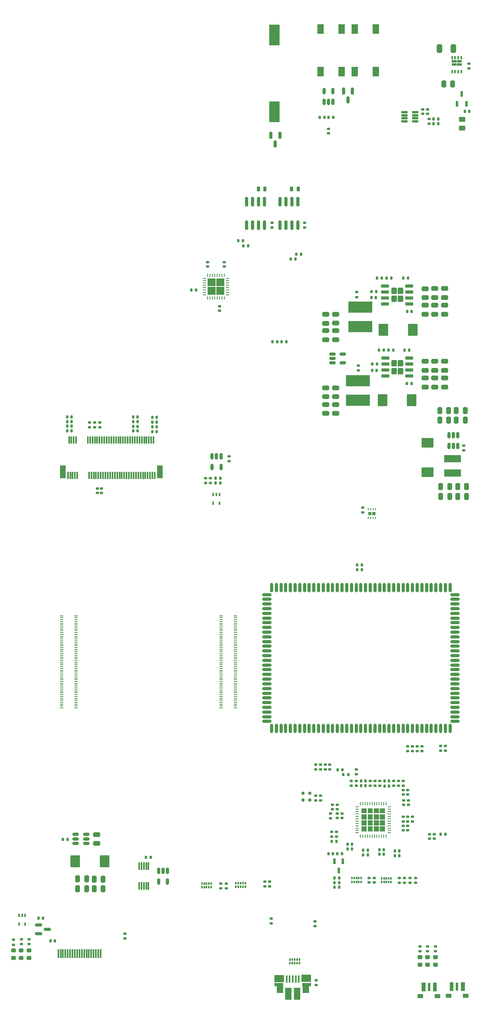
<source format=gbr>
%TF.GenerationSoftware,KiCad,Pcbnew,8.0.6*%
%TF.CreationDate,2025-01-01T18:14:05+00:00*%
%TF.ProjectId,srvant-mk2,73727661-6e74-42d6-9d6b-322e6b696361,rev?*%
%TF.SameCoordinates,Original*%
%TF.FileFunction,Paste,Top*%
%TF.FilePolarity,Positive*%
%FSLAX46Y46*%
G04 Gerber Fmt 4.6, Leading zero omitted, Abs format (unit mm)*
G04 Created by KiCad (PCBNEW 8.0.6) date 2025-01-01 18:14:05*
%MOMM*%
%LPD*%
G01*
G04 APERTURE LIST*
G04 Aperture macros list*
%AMRoundRect*
0 Rectangle with rounded corners*
0 $1 Rounding radius*
0 $2 $3 $4 $5 $6 $7 $8 $9 X,Y pos of 4 corners*
0 Add a 4 corners polygon primitive as box body*
4,1,4,$2,$3,$4,$5,$6,$7,$8,$9,$2,$3,0*
0 Add four circle primitives for the rounded corners*
1,1,$1+$1,$2,$3*
1,1,$1+$1,$4,$5*
1,1,$1+$1,$6,$7*
1,1,$1+$1,$8,$9*
0 Add four rect primitives between the rounded corners*
20,1,$1+$1,$2,$3,$4,$5,0*
20,1,$1+$1,$4,$5,$6,$7,0*
20,1,$1+$1,$6,$7,$8,$9,0*
20,1,$1+$1,$8,$9,$2,$3,0*%
G04 Aperture macros list end*
%ADD10C,0.010000*%
%ADD11C,0.000000*%
%ADD12RoundRect,0.140000X0.170000X-0.140000X0.170000X0.140000X-0.170000X0.140000X-0.170000X-0.140000X0*%
%ADD13RoundRect,0.250000X-0.250000X-0.475000X0.250000X-0.475000X0.250000X0.475000X-0.250000X0.475000X0*%
%ADD14RoundRect,0.140000X-0.170000X0.140000X-0.170000X-0.140000X0.170000X-0.140000X0.170000X0.140000X0*%
%ADD15RoundRect,0.135000X0.185000X-0.135000X0.185000X0.135000X-0.185000X0.135000X-0.185000X-0.135000X0*%
%ADD16RoundRect,0.135000X0.135000X0.185000X-0.135000X0.185000X-0.135000X-0.185000X0.135000X-0.185000X0*%
%ADD17R,1.397000X2.108200*%
%ADD18RoundRect,0.250000X0.475000X-0.250000X0.475000X0.250000X-0.475000X0.250000X-0.475000X-0.250000X0*%
%ADD19RoundRect,0.140000X0.140000X0.170000X-0.140000X0.170000X-0.140000X-0.170000X0.140000X-0.170000X0*%
%ADD20RoundRect,0.135000X-0.135000X-0.185000X0.135000X-0.185000X0.135000X0.185000X-0.135000X0.185000X0*%
%ADD21RoundRect,0.250000X0.250000X0.475000X-0.250000X0.475000X-0.250000X-0.475000X0.250000X-0.475000X0*%
%ADD22R,0.300000X0.550000*%
%ADD23R,0.400000X0.550000*%
%ADD24RoundRect,0.250000X-0.787500X-1.025000X0.787500X-1.025000X0.787500X1.025000X-0.787500X1.025000X0*%
%ADD25RoundRect,0.135000X-0.185000X0.135000X-0.185000X-0.135000X0.185000X-0.135000X0.185000X0.135000X0*%
%ADD26R,5.100000X2.350000*%
%ADD27RoundRect,0.250000X0.315000X0.460000X-0.315000X0.460000X-0.315000X-0.460000X0.315000X-0.460000X0*%
%ADD28RoundRect,0.150000X0.737500X0.150000X-0.737500X0.150000X-0.737500X-0.150000X0.737500X-0.150000X0*%
%ADD29R,0.400000X0.650000*%
%ADD30RoundRect,0.150000X-0.150000X0.587500X-0.150000X-0.587500X0.150000X-0.587500X0.150000X0.587500X0*%
%ADD31RoundRect,0.150000X-0.150000X0.512500X-0.150000X-0.512500X0.150000X-0.512500X0.150000X0.512500X0*%
%ADD32RoundRect,0.250000X-0.450000X0.262500X-0.450000X-0.262500X0.450000X-0.262500X0.450000X0.262500X0*%
%ADD33R,0.600000X1.800000*%
%ADD34R,1.300000X0.900000*%
%ADD35RoundRect,0.140000X-0.140000X-0.170000X0.140000X-0.170000X0.140000X0.170000X-0.140000X0.170000X0*%
%ADD36RoundRect,0.218750X0.256250X-0.218750X0.256250X0.218750X-0.256250X0.218750X-0.256250X-0.218750X0*%
%ADD37RoundRect,0.250000X-0.475000X0.250000X-0.475000X-0.250000X0.475000X-0.250000X0.475000X0.250000X0*%
%ADD38R,0.558800X1.270000*%
%ADD39RoundRect,0.150000X0.200000X-0.150000X0.200000X0.150000X-0.200000X0.150000X-0.200000X-0.150000X0*%
%ADD40R,2.311400X4.495800*%
%ADD41RoundRect,0.250000X0.325000X0.650000X-0.325000X0.650000X-0.325000X-0.650000X0.325000X-0.650000X0*%
%ADD42RoundRect,0.150000X-0.150000X0.825000X-0.150000X-0.825000X0.150000X-0.825000X0.150000X0.825000X0*%
%ADD43R,1.000000X0.600000*%
%ADD44R,0.420000X0.700000*%
%ADD45R,0.254000X0.762000*%
%ADD46R,0.762000X0.254000*%
%ADD47RoundRect,0.087500X-0.087500X0.725000X-0.087500X-0.725000X0.087500X-0.725000X0.087500X0.725000X0*%
%ADD48RoundRect,0.150000X-0.150000X-0.400000X0.150000X-0.400000X0.150000X0.400000X-0.150000X0.400000X0*%
%ADD49R,0.254800X0.757199*%
%ADD50R,0.757199X0.254800*%
%ADD51R,0.330200X1.955800*%
%ADD52R,3.600000X1.500000*%
%ADD53RoundRect,0.218750X-0.256250X0.218750X-0.256250X-0.218750X0.256250X-0.218750X0.256250X0.218750X0*%
%ADD54RoundRect,0.125000X0.537500X0.125000X-0.537500X0.125000X-0.537500X-0.125000X0.537500X-0.125000X0*%
%ADD55RoundRect,0.150000X0.512500X0.150000X-0.512500X0.150000X-0.512500X-0.150000X0.512500X-0.150000X0*%
%ADD56RoundRect,0.250000X1.025000X-0.787500X1.025000X0.787500X-1.025000X0.787500X-1.025000X-0.787500X0*%
%ADD57R,0.700000X0.200000*%
%ADD58RoundRect,0.150000X-0.587500X-0.150000X0.587500X-0.150000X0.587500X0.150000X-0.587500X0.150000X0*%
%ADD59RoundRect,0.150000X0.150000X-0.512500X0.150000X0.512500X-0.150000X0.512500X-0.150000X-0.512500X0*%
%ADD60RoundRect,0.150000X-0.512500X-0.150000X0.512500X-0.150000X0.512500X0.150000X-0.512500X0.150000X0*%
%ADD61R,0.400000X1.650000*%
%ADD62R,1.825000X0.700000*%
%ADD63R,2.000000X1.500000*%
%ADD64R,1.350000X2.000000*%
%ADD65R,1.430000X2.500000*%
%ADD66O,2.000000X0.650000*%
%ADD67O,0.650000X2.000000*%
%ADD68R,0.650000X0.750000*%
%ADD69R,0.250000X0.500000*%
%ADD70R,0.304800X1.549400*%
%ADD71R,1.193800X2.743200*%
G04 APERTURE END LIST*
D10*
%TO.C,SW4*%
X-30150000Y-217600000D02*
X-30825000Y-217600000D01*
X-30824840Y-217591037D01*
X-30825190Y-217573106D01*
X-30826420Y-217555219D01*
X-30828520Y-217537412D01*
X-30829910Y-217528553D01*
X-30829900Y-217528544D01*
X-30830720Y-217519528D01*
X-30833030Y-217501578D01*
X-30836220Y-217483763D01*
X-30840300Y-217466128D01*
X-30842660Y-217457391D01*
X-30845070Y-217446537D01*
X-30850700Y-217425025D01*
X-30857390Y-217403816D01*
X-30865120Y-217382959D01*
X-30869370Y-217372684D01*
X-30872470Y-217364459D01*
X-30879320Y-217348275D01*
X-30886990Y-217332463D01*
X-30895470Y-217317066D01*
X-30900010Y-217309537D01*
X-30900000Y-217300000D01*
X-30900000Y-215800000D01*
X-30150000Y-215800000D01*
X-30150000Y-217600000D01*
G36*
X-30150000Y-217600000D02*
G01*
X-30825000Y-217600000D01*
X-30824840Y-217591037D01*
X-30825190Y-217573106D01*
X-30826420Y-217555219D01*
X-30828520Y-217537412D01*
X-30829910Y-217528553D01*
X-30829900Y-217528544D01*
X-30830720Y-217519528D01*
X-30833030Y-217501578D01*
X-30836220Y-217483763D01*
X-30840300Y-217466128D01*
X-30842660Y-217457391D01*
X-30845070Y-217446537D01*
X-30850700Y-217425025D01*
X-30857390Y-217403816D01*
X-30865120Y-217382959D01*
X-30869370Y-217372684D01*
X-30872470Y-217364459D01*
X-30879320Y-217348275D01*
X-30886990Y-217332463D01*
X-30895470Y-217317066D01*
X-30900010Y-217309537D01*
X-30900000Y-217300000D01*
X-30900000Y-215800000D01*
X-30150000Y-215800000D01*
X-30150000Y-217600000D01*
G37*
X-27700000Y-217300000D02*
X-27699990Y-217309537D01*
X-27704530Y-217317066D01*
X-27713010Y-217332463D01*
X-27720680Y-217348275D01*
X-27727530Y-217364459D01*
X-27730630Y-217372684D01*
X-27734880Y-217382959D01*
X-27742610Y-217403816D01*
X-27749300Y-217425025D01*
X-27754930Y-217446537D01*
X-27757340Y-217457391D01*
X-27759700Y-217466128D01*
X-27763780Y-217483763D01*
X-27766970Y-217501578D01*
X-27769280Y-217519528D01*
X-27770100Y-217528544D01*
X-27770090Y-217528553D01*
X-27771480Y-217537412D01*
X-27773580Y-217555219D01*
X-27774810Y-217573106D01*
X-27775160Y-217591037D01*
X-27775000Y-217600000D01*
X-28450000Y-217600000D01*
X-28450000Y-215800000D01*
X-27700000Y-215800000D01*
X-27700000Y-217300000D01*
G36*
X-27700000Y-217300000D02*
G01*
X-27699990Y-217309537D01*
X-27704530Y-217317066D01*
X-27713010Y-217332463D01*
X-27720680Y-217348275D01*
X-27727530Y-217364459D01*
X-27730630Y-217372684D01*
X-27734880Y-217382959D01*
X-27742610Y-217403816D01*
X-27749300Y-217425025D01*
X-27754930Y-217446537D01*
X-27757340Y-217457391D01*
X-27759700Y-217466128D01*
X-27763780Y-217483763D01*
X-27766970Y-217501578D01*
X-27769280Y-217519528D01*
X-27770100Y-217528544D01*
X-27770090Y-217528553D01*
X-27771480Y-217537412D01*
X-27773580Y-217555219D01*
X-27774810Y-217573106D01*
X-27775160Y-217591037D01*
X-27775000Y-217600000D01*
X-28450000Y-217600000D01*
X-28450000Y-215800000D01*
X-27700000Y-215800000D01*
X-27700000Y-217300000D01*
G37*
%TO.C,SW1*%
X-24150000Y-217500000D02*
X-24825000Y-217500000D01*
X-24824840Y-217491037D01*
X-24825190Y-217473106D01*
X-24826420Y-217455219D01*
X-24828520Y-217437412D01*
X-24829910Y-217428553D01*
X-24829900Y-217428544D01*
X-24830720Y-217419528D01*
X-24833030Y-217401578D01*
X-24836220Y-217383763D01*
X-24840300Y-217366128D01*
X-24842660Y-217357391D01*
X-24845070Y-217346537D01*
X-24850700Y-217325025D01*
X-24857390Y-217303816D01*
X-24865120Y-217282959D01*
X-24869370Y-217272684D01*
X-24872470Y-217264459D01*
X-24879320Y-217248275D01*
X-24886990Y-217232463D01*
X-24895470Y-217217066D01*
X-24900010Y-217209537D01*
X-24900000Y-217200000D01*
X-24900000Y-215700000D01*
X-24150000Y-215700000D01*
X-24150000Y-217500000D01*
G36*
X-24150000Y-217500000D02*
G01*
X-24825000Y-217500000D01*
X-24824840Y-217491037D01*
X-24825190Y-217473106D01*
X-24826420Y-217455219D01*
X-24828520Y-217437412D01*
X-24829910Y-217428553D01*
X-24829900Y-217428544D01*
X-24830720Y-217419528D01*
X-24833030Y-217401578D01*
X-24836220Y-217383763D01*
X-24840300Y-217366128D01*
X-24842660Y-217357391D01*
X-24845070Y-217346537D01*
X-24850700Y-217325025D01*
X-24857390Y-217303816D01*
X-24865120Y-217282959D01*
X-24869370Y-217272684D01*
X-24872470Y-217264459D01*
X-24879320Y-217248275D01*
X-24886990Y-217232463D01*
X-24895470Y-217217066D01*
X-24900010Y-217209537D01*
X-24900000Y-217200000D01*
X-24900000Y-215700000D01*
X-24150000Y-215700000D01*
X-24150000Y-217500000D01*
G37*
X-21700000Y-217200000D02*
X-21699990Y-217209537D01*
X-21704530Y-217217066D01*
X-21713010Y-217232463D01*
X-21720680Y-217248275D01*
X-21727530Y-217264459D01*
X-21730630Y-217272684D01*
X-21734880Y-217282959D01*
X-21742610Y-217303816D01*
X-21749300Y-217325025D01*
X-21754930Y-217346537D01*
X-21757340Y-217357391D01*
X-21759700Y-217366128D01*
X-21763780Y-217383763D01*
X-21766970Y-217401578D01*
X-21769280Y-217419528D01*
X-21770100Y-217428544D01*
X-21770090Y-217428553D01*
X-21771480Y-217437412D01*
X-21773580Y-217455219D01*
X-21774810Y-217473106D01*
X-21775160Y-217491037D01*
X-21775000Y-217500000D01*
X-22450000Y-217500000D01*
X-22450000Y-215700000D01*
X-21700000Y-215700000D01*
X-21700000Y-217200000D01*
G36*
X-21700000Y-217200000D02*
G01*
X-21699990Y-217209537D01*
X-21704530Y-217217066D01*
X-21713010Y-217232463D01*
X-21720680Y-217248275D01*
X-21727530Y-217264459D01*
X-21730630Y-217272684D01*
X-21734880Y-217282959D01*
X-21742610Y-217303816D01*
X-21749300Y-217325025D01*
X-21754930Y-217346537D01*
X-21757340Y-217357391D01*
X-21759700Y-217366128D01*
X-21763780Y-217383763D01*
X-21766970Y-217401578D01*
X-21769280Y-217419528D01*
X-21770100Y-217428544D01*
X-21770090Y-217428553D01*
X-21771480Y-217437412D01*
X-21773580Y-217455219D01*
X-21774810Y-217473106D01*
X-21775160Y-217491037D01*
X-21775000Y-217500000D01*
X-22450000Y-217500000D01*
X-22450000Y-215700000D01*
X-21700000Y-215700000D01*
X-21700000Y-217200000D01*
G37*
D11*
%TO.C,U23*%
G36*
X-74741300Y-67546600D02*
G01*
X-76395500Y-67546600D01*
X-76395500Y-65892400D01*
X-74741300Y-65892400D01*
X-74741300Y-67546600D01*
G37*
G36*
X-74741300Y-69400800D02*
G01*
X-76395500Y-69400800D01*
X-76395500Y-67746600D01*
X-74741300Y-67746600D01*
X-74741300Y-69400800D01*
G37*
G36*
X-72887100Y-67546600D02*
G01*
X-74541300Y-67546600D01*
X-74541300Y-65892400D01*
X-72887100Y-65892400D01*
X-72887100Y-67546600D01*
G37*
G36*
X-72887100Y-69400800D02*
G01*
X-74541300Y-69400800D01*
X-74541300Y-67746600D01*
X-72887100Y-67746600D01*
X-72887100Y-69400800D01*
G37*
%TO.C,U12*%
G36*
X-42541050Y-179760951D02*
G01*
X-43630100Y-179760951D01*
X-43630100Y-178671901D01*
X-42541050Y-178671901D01*
X-42541050Y-179760951D01*
G37*
G36*
X-42541050Y-181050001D02*
G01*
X-43630100Y-181050001D01*
X-43630100Y-179960951D01*
X-42541050Y-179960951D01*
X-42541050Y-181050001D01*
G37*
G36*
X-42541050Y-182339051D02*
G01*
X-43630100Y-182339051D01*
X-43630100Y-181250001D01*
X-42541050Y-181250001D01*
X-42541050Y-182339051D01*
G37*
G36*
X-42541050Y-183628101D02*
G01*
X-43630100Y-183628101D01*
X-43630100Y-182539051D01*
X-42541050Y-182539051D01*
X-42541050Y-183628101D01*
G37*
G36*
X-41252000Y-179760951D02*
G01*
X-42341050Y-179760951D01*
X-42341050Y-178671901D01*
X-41252000Y-178671901D01*
X-41252000Y-179760951D01*
G37*
G36*
X-41252000Y-181050001D02*
G01*
X-42341050Y-181050001D01*
X-42341050Y-179960951D01*
X-41252000Y-179960951D01*
X-41252000Y-181050001D01*
G37*
G36*
X-41252000Y-182339051D02*
G01*
X-42341050Y-182339051D01*
X-42341050Y-181250001D01*
X-41252000Y-181250001D01*
X-41252000Y-182339051D01*
G37*
G36*
X-41252000Y-183628101D02*
G01*
X-42341050Y-183628101D01*
X-42341050Y-182539051D01*
X-41252000Y-182539051D01*
X-41252000Y-183628101D01*
G37*
G36*
X-39962950Y-179760951D02*
G01*
X-41052000Y-179760951D01*
X-41052000Y-178671901D01*
X-39962950Y-178671901D01*
X-39962950Y-179760951D01*
G37*
G36*
X-39962950Y-181050001D02*
G01*
X-41052000Y-181050001D01*
X-41052000Y-179960951D01*
X-39962950Y-179960951D01*
X-39962950Y-181050001D01*
G37*
G36*
X-39962950Y-182339051D02*
G01*
X-41052000Y-182339051D01*
X-41052000Y-181250001D01*
X-39962950Y-181250001D01*
X-39962950Y-182339051D01*
G37*
G36*
X-39962950Y-183628101D02*
G01*
X-41052000Y-183628101D01*
X-41052000Y-182539051D01*
X-39962950Y-182539051D01*
X-39962950Y-183628101D01*
G37*
G36*
X-38673900Y-179760951D02*
G01*
X-39762950Y-179760951D01*
X-39762950Y-178671901D01*
X-38673900Y-178671901D01*
X-38673900Y-179760951D01*
G37*
G36*
X-38673900Y-181050001D02*
G01*
X-39762950Y-181050001D01*
X-39762950Y-179960951D01*
X-38673900Y-179960951D01*
X-38673900Y-181050001D01*
G37*
G36*
X-38673900Y-182339051D02*
G01*
X-39762950Y-182339051D01*
X-39762950Y-181250001D01*
X-38673900Y-181250001D01*
X-38673900Y-182339051D01*
G37*
G36*
X-38673900Y-183628101D02*
G01*
X-39762950Y-183628101D01*
X-39762950Y-182539051D01*
X-38673900Y-182539051D01*
X-38673900Y-183628101D01*
G37*
%TD*%
D12*
%TO.C,C96*%
X-73841200Y-72778800D03*
X-73841200Y-71818800D03*
%TD*%
D13*
%TO.C,C77*%
X-100566500Y-195826400D03*
X-98666500Y-195826400D03*
%TD*%
D14*
%TO.C,C15*%
X-21900000Y-101532500D03*
X-21900000Y-102492500D03*
%TD*%
%TO.C,C82*%
X-43393800Y-114737400D03*
X-43393800Y-115697400D03*
%TD*%
D15*
%TO.C,R18*%
X-32800000Y-166478000D03*
X-32800000Y-165458000D03*
%TD*%
D16*
%TO.C,R46*%
X-47690000Y-170500000D03*
X-48710000Y-170500000D03*
%TD*%
D15*
%TO.C,R15*%
X-34530700Y-194504000D03*
X-34530700Y-193484000D03*
%TD*%
D17*
%TO.C,SW3*%
X-47929800Y-12852400D03*
X-47929800Y-21945600D03*
X-52400200Y-12852400D03*
X-52400200Y-21945600D03*
%TD*%
D18*
%TO.C,C25*%
X-49200000Y-91112500D03*
X-49200000Y-89212500D03*
%TD*%
D19*
%TO.C,C14*%
X-33520000Y-81162500D03*
X-34480000Y-81162500D03*
%TD*%
D20*
%TO.C,R11*%
X-62610000Y-79400000D03*
X-61590000Y-79400000D03*
%TD*%
D21*
%TO.C,C4*%
X-25100000Y-96062500D03*
X-27000000Y-96062500D03*
%TD*%
D22*
%TO.C,U19*%
X-68407600Y-194619600D03*
X-68907600Y-194619600D03*
D23*
X-69407600Y-194619600D03*
D22*
X-69907600Y-194619600D03*
X-70407600Y-194619600D03*
X-70407600Y-195389600D03*
X-69907600Y-195389600D03*
D23*
X-69407600Y-195389600D03*
D22*
X-68907600Y-195389600D03*
X-68407600Y-195389600D03*
%TD*%
D24*
%TO.C,C120*%
X-38962500Y-76862500D03*
X-32737500Y-76862500D03*
%TD*%
D19*
%TO.C,C85*%
X-91320000Y-95400000D03*
X-92280000Y-95400000D03*
%TD*%
D15*
%TO.C,R61*%
X-100500000Y-97600000D03*
X-100500000Y-96580000D03*
%TD*%
D20*
%TO.C,R75*%
X-69910000Y-57900000D03*
X-68890000Y-57900000D03*
%TD*%
D16*
%TO.C,R53*%
X-106238000Y-185292000D03*
X-107258000Y-185292000D03*
%TD*%
D19*
%TO.C,C62*%
X-45674600Y-187341400D03*
X-46634600Y-187341400D03*
%TD*%
%TO.C,C87*%
X-91320000Y-97400000D03*
X-92280000Y-97400000D03*
%TD*%
D25*
%TO.C,R57*%
X-75794800Y-108423400D03*
X-75794800Y-109443400D03*
%TD*%
D14*
%TO.C,C35*%
X-34800000Y-174820000D03*
X-34800000Y-175780000D03*
%TD*%
D25*
%TO.C,R30*%
X-53400000Y-169390000D03*
X-53400000Y-170410000D03*
%TD*%
D26*
%TO.C,L4*%
X-43950000Y-71987500D03*
X-43950000Y-76137500D03*
%TD*%
D27*
%TO.C,U26*%
X-35390000Y-70262500D03*
X-35390000Y-68562500D03*
X-36750000Y-70262500D03*
X-36750000Y-68562500D03*
D28*
X-33507500Y-71317500D03*
X-33507500Y-70047500D03*
X-33507500Y-68777500D03*
X-33507500Y-67507500D03*
X-38632500Y-67507500D03*
X-38632500Y-68777500D03*
X-38632500Y-70047500D03*
X-38632500Y-71317500D03*
%TD*%
D12*
%TO.C,C34*%
X-34700000Y-177980000D03*
X-34700000Y-177020000D03*
%TD*%
D29*
%TO.C,U18*%
X-115250000Y-201450000D03*
X-115900000Y-201450000D03*
X-116550000Y-201450000D03*
X-116550000Y-203350000D03*
X-115250000Y-203350000D03*
%TD*%
D30*
%TO.C,D9*%
X-45598000Y-26035000D03*
X-47498000Y-26035000D03*
X-46548000Y-27910000D03*
%TD*%
D15*
%TO.C,R24*%
X-52400000Y-177010000D03*
X-52400000Y-175990000D03*
%TD*%
D19*
%TO.C,C93*%
X-105390000Y-96370000D03*
X-106350000Y-96370000D03*
%TD*%
%TO.C,C125*%
X-48420000Y-194500000D03*
X-49380000Y-194500000D03*
%TD*%
D20*
%TO.C,R54*%
X-89510000Y-189100000D03*
X-88490000Y-189100000D03*
%TD*%
%TO.C,FB2*%
X-26810000Y-184200000D03*
X-25790000Y-184200000D03*
%TD*%
D13*
%TO.C,C19*%
X-23200000Y-110212500D03*
X-21300000Y-110212500D03*
%TD*%
D31*
%TO.C,U24*%
X-73570000Y-103762500D03*
X-74520000Y-103762500D03*
X-75470000Y-103762500D03*
X-75470000Y-106037500D03*
X-73570000Y-106037500D03*
%TD*%
D12*
%TO.C,C104*%
X-72430200Y-195709200D03*
X-72430200Y-194749200D03*
%TD*%
D22*
%TO.C,U20*%
X-75638600Y-194670400D03*
X-76138600Y-194670400D03*
D23*
X-76638600Y-194670400D03*
D22*
X-77138600Y-194670400D03*
X-77638600Y-194670400D03*
X-77638600Y-195440400D03*
X-77138600Y-195440400D03*
D23*
X-76638600Y-195440400D03*
D22*
X-76138600Y-195440400D03*
X-75638600Y-195440400D03*
%TD*%
D19*
%TO.C,C90*%
X-73740000Y-108400000D03*
X-74700000Y-108400000D03*
%TD*%
D20*
%TO.C,R76*%
X-68810000Y-59000000D03*
X-67790000Y-59000000D03*
%TD*%
D13*
%TO.C,C75*%
X-100566500Y-193743600D03*
X-98666500Y-193743600D03*
%TD*%
D32*
%TO.C,R2*%
X-22200000Y-32087500D03*
X-22200000Y-33912500D03*
%TD*%
D14*
%TO.C,C66*%
X-48813000Y-179820000D03*
X-48813000Y-180780000D03*
%TD*%
D15*
%TO.C,R1*%
X-20758400Y-21261100D03*
X-20758400Y-20241100D03*
%TD*%
D26*
%TO.C,L2*%
X-44400000Y-87687500D03*
X-44400000Y-91837500D03*
%TD*%
D25*
%TO.C,R40*%
X-36800000Y-172890000D03*
X-36800000Y-173910000D03*
%TD*%
D33*
%TO.C,SW4*%
X-29300000Y-216700000D03*
D34*
X-31150000Y-218650000D03*
X-27450000Y-218650000D03*
%TD*%
D21*
%TO.C,C6*%
X-25100000Y-94012500D03*
X-27000000Y-94012500D03*
%TD*%
D35*
%TO.C,C45*%
X-39874600Y-188483800D03*
X-38914600Y-188483800D03*
%TD*%
D36*
%TO.C,D3*%
X-29600000Y-211987500D03*
X-29600000Y-210412500D03*
%TD*%
D15*
%TO.C,R20*%
X-25800000Y-166410000D03*
X-25800000Y-165390000D03*
%TD*%
D20*
%TO.C,R71*%
X-44610000Y-127900000D03*
X-43590000Y-127900000D03*
%TD*%
D35*
%TO.C,C42*%
X-88200000Y-96500000D03*
X-87240000Y-96500000D03*
%TD*%
D12*
%TO.C,C33*%
X-32800000Y-181480000D03*
X-32800000Y-180520000D03*
%TD*%
D20*
%TO.C,R69*%
X-38360000Y-65862500D03*
X-37340000Y-65862500D03*
%TD*%
D25*
%TO.C,R36*%
X-44800000Y-172890000D03*
X-44800000Y-173910000D03*
%TD*%
D19*
%TO.C,C92*%
X-105390000Y-95370000D03*
X-106350000Y-95370000D03*
%TD*%
%TO.C,C112*%
X-33770000Y-65862500D03*
X-34730000Y-65862500D03*
%TD*%
D35*
%TO.C,C114*%
X-41530000Y-69962500D03*
X-40570000Y-69962500D03*
%TD*%
D15*
%TO.C,R66*%
X-63230000Y-195300000D03*
X-63230000Y-194280000D03*
%TD*%
D18*
%TO.C,C12*%
X-28050000Y-85462500D03*
X-28050000Y-83562500D03*
%TD*%
D37*
%TO.C,C7*%
X-28050000Y-87112500D03*
X-28050000Y-89012500D03*
%TD*%
D15*
%TO.C,R33*%
X-45847000Y-173865000D03*
X-45847000Y-172845000D03*
%TD*%
D38*
%TO.C,D1*%
X-23328700Y-28756800D03*
X-21271300Y-28756800D03*
X-22300000Y-26674000D03*
%TD*%
D20*
%TO.C,R73*%
X-52580000Y-31623000D03*
X-51560000Y-31623000D03*
%TD*%
D36*
%TO.C,D10*%
X-117700000Y-210515150D03*
X-117700000Y-208940150D03*
%TD*%
D37*
%TO.C,C117*%
X-49200000Y-77062500D03*
X-49200000Y-78962500D03*
%TD*%
D27*
%TO.C,U2*%
X-35370000Y-85662500D03*
X-35370000Y-83962500D03*
X-36730000Y-85662500D03*
X-36730000Y-83962500D03*
D28*
X-33487500Y-86717500D03*
X-33487500Y-85447500D03*
X-33487500Y-84177500D03*
X-33487500Y-82907500D03*
X-38612500Y-82907500D03*
X-38612500Y-84177500D03*
X-38612500Y-85447500D03*
X-38612500Y-86717500D03*
%TD*%
D19*
%TO.C,C69*%
X-33020000Y-88262500D03*
X-33980000Y-88262500D03*
%TD*%
D37*
%TO.C,C110*%
X-30150000Y-71612500D03*
X-30150000Y-73512500D03*
%TD*%
D14*
%TO.C,C54*%
X-28200000Y-184220000D03*
X-28200000Y-185180000D03*
%TD*%
D39*
%TO.C,D6*%
X-56100000Y-175500000D03*
X-56100000Y-176900000D03*
%TD*%
D37*
%TO.C,C13*%
X-26000000Y-87112500D03*
X-26000000Y-89012500D03*
%TD*%
%TO.C,C26*%
X-49200000Y-92762500D03*
X-49200000Y-94662500D03*
%TD*%
D35*
%TO.C,C41*%
X-38780000Y-173941400D03*
X-37820000Y-173941400D03*
%TD*%
D39*
%TO.C,D5*%
X-54700000Y-175500000D03*
X-54700000Y-176900000D03*
%TD*%
D40*
%TO.C,BT1*%
X-62200000Y-30475010D03*
X-62200000Y-14074992D03*
%TD*%
D41*
%TO.C,C1*%
X-24100000Y-17007500D03*
X-27050000Y-17007500D03*
%TD*%
D42*
%TO.C,U6*%
X-57195000Y-49625000D03*
X-58465000Y-49625000D03*
X-59735000Y-49625000D03*
X-61005000Y-49625000D03*
X-61005000Y-54575000D03*
X-59735000Y-54575000D03*
X-58465000Y-54575000D03*
X-57195000Y-54575000D03*
%TD*%
D22*
%TO.C,U11*%
X-45710000Y-194335000D03*
X-45210000Y-194335000D03*
D23*
X-44710000Y-194335000D03*
D22*
X-44210000Y-194335000D03*
X-43710000Y-194335000D03*
X-43710000Y-193565000D03*
X-44210000Y-193565000D03*
D23*
X-44710000Y-193565000D03*
D22*
X-45210000Y-193565000D03*
X-45710000Y-193565000D03*
%TD*%
D14*
%TO.C,C30*%
X-30644700Y-29927400D03*
X-30644700Y-30887400D03*
%TD*%
D19*
%TO.C,C126*%
X-48420000Y-195500000D03*
X-49380000Y-195500000D03*
%TD*%
D25*
%TO.C,R39*%
X-39800000Y-172890000D03*
X-39800000Y-173910000D03*
%TD*%
D12*
%TO.C,C94*%
X-76391300Y-63408750D03*
X-76391300Y-62448750D03*
%TD*%
D25*
%TO.C,FB1*%
X-53321600Y-215268400D03*
X-53321600Y-216288400D03*
%TD*%
D15*
%TO.C,R17*%
X-33316500Y-194504000D03*
X-33316500Y-193484000D03*
%TD*%
D25*
%TO.C,R25*%
X-50300000Y-179790000D03*
X-50300000Y-180810000D03*
%TD*%
D20*
%TO.C,R5*%
X-39910000Y-81162500D03*
X-38890000Y-81162500D03*
%TD*%
%TO.C,R12*%
X-60710000Y-79400000D03*
X-59690000Y-79400000D03*
%TD*%
D15*
%TO.C,R48*%
X-44800000Y-171410000D03*
X-44800000Y-170390000D03*
%TD*%
D18*
%TO.C,C9*%
X-30100000Y-85462500D03*
X-30100000Y-83562500D03*
%TD*%
D16*
%TO.C,R59*%
X-73735400Y-109466800D03*
X-74755400Y-109466800D03*
%TD*%
D18*
%TO.C,C116*%
X-49200000Y-75412500D03*
X-49200000Y-73512500D03*
%TD*%
D14*
%TO.C,C63*%
X-34800000Y-182420000D03*
X-34800000Y-183380000D03*
%TD*%
D15*
%TO.C,R13*%
X-29600000Y-209110000D03*
X-29600000Y-208090000D03*
%TD*%
D19*
%TO.C,C91*%
X-91320000Y-98400000D03*
X-92280000Y-98400000D03*
%TD*%
D35*
%TO.C,C2*%
X-21680000Y-30400000D03*
X-20720000Y-30400000D03*
%TD*%
D37*
%TO.C,C5*%
X-30100000Y-87112500D03*
X-30100000Y-89012500D03*
%TD*%
D43*
%TO.C,Q1*%
X-23965000Y-20387500D03*
X-22835000Y-20387500D03*
X-23965000Y-19677500D03*
X-22835000Y-19677500D03*
D44*
X-24375000Y-18907500D03*
X-23725000Y-18907500D03*
X-23075000Y-18907500D03*
X-22425000Y-18907500D03*
X-24375000Y-21907500D03*
X-23725000Y-21907500D03*
X-23075000Y-21907500D03*
X-22425000Y-21907500D03*
%TD*%
D15*
%TO.C,R60*%
X-116055200Y-207615050D03*
X-116055200Y-206595050D03*
%TD*%
D19*
%TO.C,C111*%
X-32970000Y-72962500D03*
X-33930000Y-72962500D03*
%TD*%
D25*
%TO.C,R42*%
X-50400000Y-169390000D03*
X-50400000Y-170410000D03*
%TD*%
D15*
%TO.C,R68*%
X-101600000Y-97600000D03*
X-101600000Y-96580000D03*
%TD*%
D20*
%TO.C,R72*%
X-44610000Y-126900000D03*
X-43590000Y-126900000D03*
%TD*%
D12*
%TO.C,C40*%
X-42077600Y-194450000D03*
X-42077600Y-193490000D03*
%TD*%
D33*
%TO.C,SW1*%
X-23300000Y-216600000D03*
D34*
X-25150000Y-218550000D03*
X-21450000Y-218550000D03*
%TD*%
D16*
%TO.C,R8*%
X-27290000Y-33000000D03*
X-28310000Y-33000000D03*
%TD*%
D12*
%TO.C,C44*%
X-40960000Y-194450000D03*
X-40960000Y-193490000D03*
%TD*%
D15*
%TO.C,R67*%
X-64271000Y-195333800D03*
X-64271000Y-194313800D03*
%TD*%
D31*
%TO.C,U1*%
X-23150000Y-99275000D03*
X-24100000Y-99275000D03*
X-25050000Y-99275000D03*
X-25050000Y-101550000D03*
X-24100000Y-101550000D03*
X-23150000Y-101550000D03*
%TD*%
D19*
%TO.C,C86*%
X-91320000Y-96400000D03*
X-92280000Y-96400000D03*
%TD*%
D12*
%TO.C,C43*%
X-33800000Y-181480000D03*
X-33800000Y-180520000D03*
%TD*%
D18*
%TO.C,C70*%
X-100032700Y-186167400D03*
X-100032700Y-184267400D03*
%TD*%
D21*
%TO.C,C79*%
X-102185500Y-195825600D03*
X-104085500Y-195825600D03*
%TD*%
D19*
%TO.C,C55*%
X-49720000Y-188400000D03*
X-50680000Y-188400000D03*
%TD*%
D25*
%TO.C,R41*%
X-35784000Y-172890000D03*
X-35784000Y-173910000D03*
%TD*%
D14*
%TO.C,C39*%
X-33800000Y-174820000D03*
X-33800000Y-175780000D03*
%TD*%
D16*
%TO.C,R4*%
X-40390000Y-84162500D03*
X-41410000Y-84162500D03*
%TD*%
D18*
%TO.C,C118*%
X-51300000Y-75462500D03*
X-51300000Y-73562500D03*
%TD*%
%TO.C,C109*%
X-25950000Y-69962500D03*
X-25950000Y-68062500D03*
%TD*%
D14*
%TO.C,C29*%
X-29300000Y-32020000D03*
X-29300000Y-32980000D03*
%TD*%
D19*
%TO.C,C48*%
X-42325400Y-187584000D03*
X-43285400Y-187584000D03*
%TD*%
D25*
%TO.C,R34*%
X-52400000Y-169390000D03*
X-52400000Y-170410000D03*
%TD*%
D12*
%TO.C,C89*%
X-76887000Y-109413400D03*
X-76887000Y-108453400D03*
%TD*%
D45*
%TO.C,U23*%
X-72891301Y-65220900D03*
X-73391300Y-65220900D03*
X-73891299Y-65220900D03*
X-74391300Y-65220900D03*
X-74891300Y-65220900D03*
X-75391301Y-65220900D03*
X-75891300Y-65220900D03*
X-76391299Y-65220900D03*
D46*
X-77067000Y-65896601D03*
X-77067000Y-66396600D03*
X-77067000Y-66896599D03*
X-77067000Y-67396600D03*
X-77067000Y-67896600D03*
X-77067000Y-68396601D03*
X-77067000Y-68896600D03*
X-77067000Y-69396599D03*
D45*
X-76391299Y-70072300D03*
X-75891300Y-70072300D03*
X-75391301Y-70072300D03*
X-74891300Y-70072300D03*
X-74391300Y-70072300D03*
X-73891299Y-70072300D03*
X-73391300Y-70072300D03*
X-72891301Y-70072300D03*
D46*
X-72215600Y-69396599D03*
X-72215600Y-68896600D03*
X-72215600Y-68396601D03*
X-72215600Y-67896600D03*
X-72215600Y-67396600D03*
X-72215600Y-66896599D03*
X-72215600Y-66396600D03*
X-72215600Y-65896601D03*
%TD*%
D21*
%TO.C,C3*%
X-24250000Y-24500000D03*
X-26150000Y-24500000D03*
%TD*%
D47*
%TO.C,U15*%
X-89000000Y-190987500D03*
X-89500000Y-190987500D03*
X-90000000Y-190987500D03*
X-90500000Y-190987500D03*
X-91000000Y-190987500D03*
X-91000000Y-195212500D03*
X-90500000Y-195212500D03*
X-90000000Y-195212500D03*
X-89500000Y-195212500D03*
X-89000000Y-195212500D03*
%TD*%
D15*
%TO.C,R56*%
X-99400000Y-97600000D03*
X-99400000Y-96580000D03*
%TD*%
D35*
%TO.C,C97*%
X-79858400Y-68412600D03*
X-78898400Y-68412600D03*
%TD*%
D21*
%TO.C,C22*%
X-24900000Y-110212500D03*
X-26800000Y-110212500D03*
%TD*%
D37*
%TO.C,C108*%
X-25950000Y-71612500D03*
X-25950000Y-73512500D03*
%TD*%
D35*
%TO.C,C84*%
X-88200000Y-98500000D03*
X-87240000Y-98500000D03*
%TD*%
D20*
%TO.C,R29*%
X-50010000Y-185700000D03*
X-48990000Y-185700000D03*
%TD*%
D19*
%TO.C,C73*%
X-108920000Y-206900000D03*
X-109880000Y-206900000D03*
%TD*%
D48*
%TO.C,Y3*%
X-65590000Y-46881800D03*
X-64190000Y-46881800D03*
%TD*%
D12*
%TO.C,C32*%
X-55800000Y-55080000D03*
X-55800000Y-54120000D03*
%TD*%
D14*
%TO.C,C31*%
X-29628700Y-29927400D03*
X-29628700Y-30887400D03*
%TD*%
%TO.C,C46*%
X-49000000Y-183720000D03*
X-49000000Y-184680000D03*
%TD*%
D35*
%TO.C,C102*%
X-88200000Y-97500000D03*
X-87240000Y-97500000D03*
%TD*%
D20*
%TO.C,R79*%
X-48810000Y-188400000D03*
X-47790000Y-188400000D03*
%TD*%
D42*
%TO.C,U17*%
X-64295000Y-49625000D03*
X-65565000Y-49625000D03*
X-66835000Y-49625000D03*
X-68105000Y-49625000D03*
X-68105000Y-54575000D03*
X-66835000Y-54575000D03*
X-65565000Y-54575000D03*
X-64295000Y-54575000D03*
%TD*%
D15*
%TO.C,R51*%
X-32148100Y-194520000D03*
X-32148100Y-193500000D03*
%TD*%
%TO.C,R21*%
X-26800000Y-166410000D03*
X-26800000Y-165390000D03*
%TD*%
D12*
%TO.C,C67*%
X-99900000Y-111580000D03*
X-99900000Y-110620000D03*
%TD*%
D15*
%TO.C,R65*%
X-114455200Y-207615050D03*
X-114455200Y-206595050D03*
%TD*%
D25*
%TO.C,R16*%
X-44300000Y-84462500D03*
X-44300000Y-85482500D03*
%TD*%
D13*
%TO.C,C21*%
X-23200000Y-112312500D03*
X-21300000Y-112312500D03*
%TD*%
D35*
%TO.C,C57*%
X-36580000Y-187800000D03*
X-35620000Y-187800000D03*
%TD*%
D20*
%TO.C,R10*%
X-57510000Y-60800000D03*
X-56490000Y-60800000D03*
%TD*%
D35*
%TO.C,C72*%
X-112417400Y-202099400D03*
X-111457400Y-202099400D03*
%TD*%
D31*
%TO.C,U13*%
X-84963000Y-192024000D03*
X-85913000Y-192024000D03*
X-86863000Y-192024000D03*
X-86863000Y-194299000D03*
X-84963000Y-194299000D03*
%TD*%
D14*
%TO.C,C88*%
X-62700000Y-54120000D03*
X-62700000Y-55080000D03*
%TD*%
D19*
%TO.C,C99*%
X-105390000Y-98370000D03*
X-106350000Y-98370000D03*
%TD*%
D36*
%TO.C,D11*%
X-27940000Y-211985000D03*
X-27940000Y-210410000D03*
%TD*%
D49*
%TO.C,U12*%
X-43902000Y-184602001D03*
X-43402001Y-184602001D03*
X-42901999Y-184602001D03*
X-42402000Y-184602001D03*
X-41902001Y-184602001D03*
X-41402000Y-184602001D03*
X-40902000Y-184602001D03*
X-40401999Y-184602001D03*
X-39902000Y-184602001D03*
X-39402001Y-184602001D03*
X-38901999Y-184602001D03*
X-38402000Y-184602001D03*
D50*
X-37700000Y-183900001D03*
X-37700000Y-183400002D03*
X-37700000Y-182900000D03*
X-37700000Y-182400001D03*
X-37700000Y-181900002D03*
X-37700000Y-181400001D03*
X-37700000Y-180900001D03*
X-37700000Y-180400000D03*
X-37700000Y-179900001D03*
X-37700000Y-179400002D03*
X-37700000Y-178900000D03*
X-37700000Y-178400001D03*
D49*
X-38402000Y-177698001D03*
X-38901999Y-177698001D03*
X-39402001Y-177698001D03*
X-39902000Y-177698001D03*
X-40401999Y-177698001D03*
X-40902000Y-177698001D03*
X-41402000Y-177698001D03*
X-41902001Y-177698001D03*
X-42402000Y-177698001D03*
X-42901999Y-177698001D03*
X-43402001Y-177698001D03*
X-43902000Y-177698001D03*
D50*
X-44604000Y-178400001D03*
X-44604000Y-178900000D03*
X-44604000Y-179400002D03*
X-44604000Y-179900001D03*
X-44604000Y-180400000D03*
X-44604000Y-180900001D03*
X-44604000Y-181400001D03*
X-44604000Y-181900002D03*
X-44604000Y-182400001D03*
X-44604000Y-182900000D03*
X-44604000Y-183400002D03*
X-44604000Y-183900001D03*
%TD*%
D18*
%TO.C,C23*%
X-51300000Y-91112500D03*
X-51300000Y-89212500D03*
%TD*%
D25*
%TO.C,FB4*%
X-94000000Y-205390000D03*
X-94000000Y-206410000D03*
%TD*%
D14*
%TO.C,C49*%
X-50000000Y-183720000D03*
X-50000000Y-184680000D03*
%TD*%
D25*
%TO.C,R78*%
X-71882000Y-103757000D03*
X-71882000Y-104777000D03*
%TD*%
D18*
%TO.C,C107*%
X-28050000Y-69962500D03*
X-28050000Y-68062500D03*
%TD*%
D16*
%TO.C,R7*%
X-27290000Y-32000000D03*
X-28310000Y-32000000D03*
%TD*%
D12*
%TO.C,C50*%
X-49800000Y-178900000D03*
X-49800000Y-177940000D03*
%TD*%
D51*
%TO.C,J10*%
X-99199999Y-209569999D03*
X-99700000Y-209569999D03*
X-100199999Y-209569999D03*
X-100700001Y-209569999D03*
X-101200000Y-209569999D03*
X-101699999Y-209569999D03*
X-102200000Y-209569999D03*
X-102699999Y-209569999D03*
X-103200001Y-209569999D03*
X-103700000Y-209569999D03*
X-104199999Y-209569999D03*
X-104700001Y-209569999D03*
X-105200000Y-209569999D03*
X-105700001Y-209569999D03*
X-106200000Y-209569999D03*
X-106699999Y-209569999D03*
X-107200001Y-209569999D03*
X-107700000Y-209569999D03*
X-108200001Y-209569999D03*
%TD*%
D37*
%TO.C,C27*%
X-51300000Y-92762500D03*
X-51300000Y-94662500D03*
%TD*%
D52*
%TO.C,L1*%
X-24300000Y-104287500D03*
X-24300000Y-107337500D03*
%TD*%
D25*
%TO.C,R62*%
X-44650000Y-68852500D03*
X-44650000Y-69872500D03*
%TD*%
D15*
%TO.C,R70*%
X-27940000Y-209120000D03*
X-27940000Y-208100000D03*
%TD*%
D53*
%TO.C,D8*%
X-114398200Y-208940150D03*
X-114398200Y-210515150D03*
%TD*%
D36*
%TO.C,D4*%
X-31242000Y-211988500D03*
X-31242000Y-210413500D03*
%TD*%
D12*
%TO.C,C36*%
X-33700000Y-177980000D03*
X-33700000Y-177020000D03*
%TD*%
D16*
%TO.C,R63*%
X-40540000Y-68762500D03*
X-41560000Y-68762500D03*
%TD*%
D37*
%TO.C,C106*%
X-28050000Y-71612500D03*
X-28050000Y-73512500D03*
%TD*%
D14*
%TO.C,C95*%
X-72901400Y-62446200D03*
X-72901400Y-63406200D03*
%TD*%
D19*
%TO.C,C122*%
X-42820000Y-172900000D03*
X-43780000Y-172900000D03*
%TD*%
%TO.C,C98*%
X-105390000Y-97370000D03*
X-106350000Y-97370000D03*
%TD*%
D54*
%TO.C,U4*%
X-32225000Y-32500000D03*
X-32225000Y-31850000D03*
X-32225000Y-31200000D03*
X-32225000Y-30550000D03*
X-34500000Y-30550000D03*
X-34500000Y-31200000D03*
X-34500000Y-31850000D03*
X-34500000Y-32500000D03*
%TD*%
D20*
%TO.C,R6*%
X-37910000Y-81162500D03*
X-36890000Y-81162500D03*
%TD*%
D19*
%TO.C,C64*%
X-45700000Y-186300000D03*
X-46660000Y-186300000D03*
%TD*%
D15*
%TO.C,R50*%
X-34800000Y-173910000D03*
X-34800000Y-172890000D03*
%TD*%
D22*
%TO.C,U7*%
X-56898200Y-210900200D03*
X-57398200Y-210900200D03*
D23*
X-57898200Y-210900200D03*
D22*
X-58398200Y-210900200D03*
X-58898200Y-210900200D03*
X-58898200Y-211670200D03*
X-58398200Y-211670200D03*
D23*
X-57898200Y-211670200D03*
D22*
X-57398200Y-211670200D03*
X-56898200Y-211670200D03*
%TD*%
D15*
%TO.C,R44*%
X-35653300Y-194520000D03*
X-35653300Y-193500000D03*
%TD*%
D48*
%TO.C,Y1*%
X-58520000Y-46900000D03*
X-57120000Y-46900000D03*
%TD*%
D25*
%TO.C,R38*%
X-40800000Y-172890000D03*
X-40800000Y-173910000D03*
%TD*%
D55*
%TO.C,U14*%
X-102248000Y-186142000D03*
X-102248000Y-185192000D03*
X-102248000Y-184242000D03*
X-104523000Y-184242000D03*
X-104523000Y-185192000D03*
X-104523000Y-186142000D03*
%TD*%
D19*
%TO.C,C59*%
X-42820000Y-173900000D03*
X-43780000Y-173900000D03*
%TD*%
D16*
%TO.C,R9*%
X-57690000Y-61800000D03*
X-58710000Y-61800000D03*
%TD*%
D35*
%TO.C,C51*%
X-39880000Y-187500000D03*
X-38920000Y-187500000D03*
%TD*%
D12*
%TO.C,C68*%
X-99000000Y-111580000D03*
X-99000000Y-110620000D03*
%TD*%
D56*
%TO.C,C24*%
X-29600000Y-107125000D03*
X-29600000Y-100900000D03*
%TD*%
D15*
%TO.C,FB8*%
X-62865000Y-203202000D03*
X-62865000Y-202182000D03*
%TD*%
D29*
%TO.C,U21*%
X-73920000Y-111900000D03*
X-74570000Y-111900000D03*
X-75220000Y-111900000D03*
X-75220000Y-113800000D03*
X-73920000Y-113800000D03*
%TD*%
D16*
%TO.C,R77*%
X-49655000Y-31623000D03*
X-50675000Y-31623000D03*
%TD*%
D17*
%TO.C,SW2*%
X-45096400Y-21945600D03*
X-45096400Y-12852400D03*
X-40626000Y-21945600D03*
X-40626000Y-12852400D03*
%TD*%
D57*
%TO.C,Module1*%
X-70500000Y-157300000D03*
X-73580000Y-157300000D03*
X-70500000Y-156900000D03*
X-73580000Y-156900000D03*
X-70500000Y-156500000D03*
X-73580000Y-156500000D03*
X-70500000Y-156100000D03*
X-73580000Y-156100000D03*
X-70500000Y-155700000D03*
X-73580000Y-155700000D03*
X-70500000Y-155300000D03*
X-73580000Y-155300000D03*
X-70500000Y-154900000D03*
X-73580000Y-154900000D03*
X-70500000Y-154500000D03*
X-73580000Y-154500000D03*
X-70500000Y-154100000D03*
X-73580000Y-154100000D03*
X-70500000Y-153700000D03*
X-73580000Y-153700000D03*
X-70500000Y-153300000D03*
X-73580000Y-153300000D03*
X-70500000Y-152900000D03*
X-73580000Y-152900000D03*
X-70500000Y-152500000D03*
X-73580000Y-152500000D03*
X-70500000Y-152100000D03*
X-73580000Y-152100000D03*
X-70500000Y-151700000D03*
X-73580000Y-151700000D03*
X-70500000Y-151300000D03*
X-73580000Y-151300000D03*
X-70500000Y-150900000D03*
X-73580000Y-150900000D03*
X-70500000Y-150500000D03*
X-73580000Y-150500000D03*
X-70500000Y-150100000D03*
X-73580000Y-150100000D03*
X-70500000Y-149700000D03*
X-73580000Y-149700000D03*
X-70500000Y-149300000D03*
X-73580000Y-149300000D03*
X-70500000Y-148900000D03*
X-73580000Y-148900000D03*
X-70500000Y-148500000D03*
X-73580000Y-148500000D03*
X-70500000Y-148100000D03*
X-73580000Y-148100000D03*
X-70500000Y-147700000D03*
X-73580000Y-147700000D03*
X-70500000Y-147300000D03*
X-73580000Y-147300000D03*
X-70500000Y-146900000D03*
X-73580000Y-146900000D03*
X-70500000Y-146500000D03*
X-73580000Y-146500000D03*
X-70500000Y-146100000D03*
X-73580000Y-146100000D03*
X-70500000Y-145700000D03*
X-73580000Y-145700000D03*
X-70500000Y-145300000D03*
X-73580000Y-145300000D03*
X-70500000Y-144900000D03*
X-73580000Y-144900000D03*
X-70500000Y-144500000D03*
X-73580000Y-144500000D03*
X-70500000Y-144100000D03*
X-73580000Y-144100000D03*
X-70500000Y-143700000D03*
X-73580000Y-143700000D03*
X-70500000Y-143300000D03*
X-73580000Y-143300000D03*
X-70500000Y-142900000D03*
X-73580000Y-142900000D03*
X-70500000Y-142500000D03*
X-73580000Y-142500000D03*
X-70500000Y-142100000D03*
X-73580000Y-142100000D03*
X-70500000Y-141700000D03*
X-73580000Y-141700000D03*
X-70500000Y-141300000D03*
X-73580000Y-141300000D03*
X-70500000Y-140900000D03*
X-73580000Y-140900000D03*
X-70500000Y-140500000D03*
X-73580000Y-140500000D03*
X-70500000Y-140100000D03*
X-73580000Y-140100000D03*
X-70500000Y-139700000D03*
X-73580000Y-139700000D03*
X-70500000Y-139300000D03*
X-73580000Y-139300000D03*
X-70500000Y-138900000D03*
X-73580000Y-138900000D03*
X-70500000Y-138500000D03*
X-73580000Y-138500000D03*
X-70500000Y-138100000D03*
X-73580000Y-138100000D03*
X-70500000Y-137700000D03*
X-73580000Y-137700000D03*
X-104420000Y-157300000D03*
X-107500000Y-157300000D03*
X-104420000Y-156900000D03*
X-107500000Y-156900000D03*
X-104420000Y-156500000D03*
X-107500000Y-156500000D03*
X-104420000Y-156100000D03*
X-107500000Y-156100000D03*
X-104420000Y-155700000D03*
X-107500000Y-155700000D03*
X-104420000Y-155300000D03*
X-107500000Y-155300000D03*
X-104420000Y-154900000D03*
X-107500000Y-154900000D03*
X-104420000Y-154500000D03*
X-107500000Y-154500000D03*
X-104420000Y-154100000D03*
X-107500000Y-154100000D03*
X-104420000Y-153700000D03*
X-107500000Y-153700000D03*
X-104420000Y-153300000D03*
X-107500000Y-153300000D03*
X-104420000Y-152900000D03*
X-107500000Y-152900000D03*
X-104420000Y-152500000D03*
X-107500000Y-152500000D03*
X-104420000Y-152100000D03*
X-107500000Y-152100000D03*
X-104420000Y-151700000D03*
X-107500000Y-151700000D03*
X-104420000Y-151300000D03*
X-107500000Y-151300000D03*
X-104420000Y-150900000D03*
X-107500000Y-150900000D03*
X-104420000Y-150500000D03*
X-107500000Y-150500000D03*
X-104420000Y-150100000D03*
X-107500000Y-150100000D03*
X-104420000Y-149700000D03*
X-107500000Y-149700000D03*
X-104420000Y-149300000D03*
X-107500000Y-149300000D03*
X-104420000Y-148900000D03*
X-107500000Y-148900000D03*
X-104420000Y-148500000D03*
X-107500000Y-148500000D03*
X-104420000Y-148100000D03*
X-107500000Y-148100000D03*
X-104420000Y-147700000D03*
X-107500000Y-147700000D03*
X-104420000Y-147300000D03*
X-107500000Y-147300000D03*
X-104420000Y-146900000D03*
X-107500000Y-146900000D03*
X-104420000Y-146500000D03*
X-107500000Y-146500000D03*
X-104420000Y-146100000D03*
X-107500000Y-146100000D03*
X-104420000Y-145700000D03*
X-107500000Y-145700000D03*
X-104420000Y-145300000D03*
X-107500000Y-145300000D03*
X-104420000Y-144900000D03*
X-107500000Y-144900000D03*
X-104420000Y-144500000D03*
X-107500000Y-144500000D03*
X-104420000Y-144100000D03*
X-107500000Y-144100000D03*
X-104420000Y-143700000D03*
X-107500000Y-143700000D03*
X-104420000Y-143300000D03*
X-107500000Y-143300000D03*
X-104420000Y-142900000D03*
X-107500000Y-142900000D03*
X-104420000Y-142500000D03*
X-107500000Y-142500000D03*
X-104420000Y-142100000D03*
X-107500000Y-142100000D03*
X-104420000Y-141700000D03*
X-107500000Y-141700000D03*
X-104420000Y-141300000D03*
X-107500000Y-141300000D03*
X-104420000Y-140900000D03*
X-107500000Y-140900000D03*
X-104420000Y-140500000D03*
X-107500000Y-140500000D03*
X-104420000Y-140100000D03*
X-107500000Y-140100000D03*
X-104420000Y-139700000D03*
X-107500000Y-139700000D03*
X-104420000Y-139300000D03*
X-107500000Y-139300000D03*
X-104420000Y-138900000D03*
X-107500000Y-138900000D03*
X-104420000Y-138500000D03*
X-107500000Y-138500000D03*
X-104420000Y-138100000D03*
X-107500000Y-138100000D03*
X-104420000Y-137700000D03*
X-107500000Y-137700000D03*
%TD*%
D24*
%TO.C,C28*%
X-39200000Y-91862500D03*
X-32975000Y-91862500D03*
%TD*%
D58*
%TO.C,U9*%
X-112394900Y-203486200D03*
X-112394900Y-205386200D03*
X-110519900Y-204436200D03*
%TD*%
D14*
%TO.C,C37*%
X-50673000Y-34064000D03*
X-50673000Y-35024000D03*
%TD*%
D59*
%TO.C,U25*%
X-51623000Y-28315500D03*
X-50673000Y-28315500D03*
X-49723000Y-28315500D03*
X-49723000Y-26040500D03*
X-51623000Y-26040500D03*
%TD*%
D12*
%TO.C,C105*%
X-73649400Y-195709200D03*
X-73649400Y-194749200D03*
%TD*%
%TO.C,C123*%
X-34800000Y-181480000D03*
X-34800000Y-180520000D03*
%TD*%
D13*
%TO.C,C10*%
X-23500000Y-94012500D03*
X-21600000Y-94012500D03*
%TD*%
D15*
%TO.C,R14*%
X-31242000Y-209111000D03*
X-31242000Y-208091000D03*
%TD*%
D35*
%TO.C,C60*%
X-36580000Y-188800000D03*
X-35620000Y-188800000D03*
%TD*%
D21*
%TO.C,C18*%
X-24900000Y-112312500D03*
X-26800000Y-112312500D03*
%TD*%
D15*
%TO.C,R28*%
X-51400000Y-170410000D03*
X-51400000Y-169390000D03*
%TD*%
D35*
%TO.C,C38*%
X-38780000Y-172900000D03*
X-37820000Y-172900000D03*
%TD*%
D60*
%TO.C,U3*%
X-49875000Y-82000000D03*
X-49875000Y-82950000D03*
X-49875000Y-83900000D03*
X-47600000Y-83900000D03*
X-47600000Y-82000000D03*
%TD*%
D12*
%TO.C,C53*%
X-53400000Y-176980000D03*
X-53400000Y-176020000D03*
%TD*%
D20*
%TO.C,R47*%
X-47510000Y-171500000D03*
X-46490000Y-171500000D03*
%TD*%
D18*
%TO.C,C121*%
X-30150000Y-70012500D03*
X-30150000Y-68112500D03*
%TD*%
D53*
%TO.C,D7*%
X-116100000Y-208940150D03*
X-116100000Y-210515150D03*
%TD*%
D35*
%TO.C,C17*%
X-41380000Y-85462500D03*
X-40420000Y-85462500D03*
%TD*%
D19*
%TO.C,C124*%
X-48420000Y-193500000D03*
X-49380000Y-193500000D03*
%TD*%
D14*
%TO.C,C65*%
X-47800000Y-179820000D03*
X-47800000Y-180780000D03*
%TD*%
D15*
%TO.C,R19*%
X-31784000Y-166478000D03*
X-31784000Y-165458000D03*
%TD*%
%TO.C,R23*%
X-30768000Y-166478000D03*
X-30768000Y-165458000D03*
%TD*%
D61*
%TO.C,J4*%
X-59600000Y-215006600D03*
X-58950000Y-215006600D03*
X-58300000Y-215006600D03*
X-57650000Y-215006600D03*
X-57000000Y-215006600D03*
D62*
X-61250000Y-216206600D03*
D63*
X-61150000Y-214906600D03*
D64*
X-61030000Y-216956600D03*
D65*
X-59260000Y-218156600D03*
X-57340000Y-218156600D03*
D64*
X-55550000Y-216956600D03*
D63*
X-55400000Y-214886600D03*
D62*
X-55300000Y-216206600D03*
%TD*%
D66*
%TO.C,U5*%
X-23800000Y-160200000D03*
X-23800000Y-159200000D03*
X-23800000Y-158200000D03*
X-23800000Y-157200000D03*
X-23800000Y-156200000D03*
X-23800000Y-155200000D03*
X-23800000Y-154200000D03*
X-23800000Y-153200000D03*
X-23800000Y-152200000D03*
X-23800000Y-151200000D03*
X-23800000Y-150200000D03*
X-23800000Y-149200000D03*
X-23800000Y-148200000D03*
X-23800000Y-147200000D03*
X-23800000Y-146200000D03*
X-23800000Y-145200000D03*
X-23800000Y-144200000D03*
X-23800000Y-143200000D03*
X-23800000Y-142200000D03*
X-23800000Y-141200000D03*
X-23800000Y-140200000D03*
X-23800000Y-139200000D03*
X-23800000Y-138200000D03*
X-23800000Y-137200000D03*
X-23800000Y-136200000D03*
X-23800000Y-135200000D03*
X-23800000Y-134200000D03*
X-23800000Y-133200000D03*
D67*
X-24800000Y-131700000D03*
X-25800000Y-131700000D03*
X-26800000Y-131700000D03*
X-27800000Y-131700000D03*
X-28800000Y-131700000D03*
X-29800000Y-131700000D03*
X-30800000Y-131700000D03*
X-31800000Y-131700000D03*
X-32800000Y-131700000D03*
X-33800000Y-131700000D03*
X-34800000Y-131700000D03*
X-35800000Y-131700000D03*
X-36800000Y-131700000D03*
X-37800000Y-131700000D03*
X-38800000Y-131700000D03*
X-39800000Y-131700000D03*
X-40800000Y-131700000D03*
X-41800000Y-131700000D03*
X-42800000Y-131700000D03*
X-43800000Y-131700000D03*
X-44800000Y-131700000D03*
X-45800000Y-131700000D03*
X-46800000Y-131700000D03*
X-47800000Y-131700000D03*
X-48800000Y-131700000D03*
X-49800000Y-131700000D03*
X-50800000Y-131700000D03*
X-51800000Y-131700000D03*
X-52800000Y-131700000D03*
X-53800000Y-131700000D03*
X-54800000Y-131700000D03*
X-55800000Y-131700000D03*
X-56800000Y-131700000D03*
X-57800000Y-131700000D03*
X-58800000Y-131700000D03*
X-59800000Y-131700000D03*
X-60800000Y-131700000D03*
X-61800000Y-131700000D03*
X-62800000Y-131700000D03*
D66*
X-63800000Y-133200000D03*
X-63800000Y-134200000D03*
X-63800000Y-135200000D03*
X-63800000Y-136200000D03*
X-63800000Y-137200000D03*
X-63800000Y-138200000D03*
X-63800000Y-139200000D03*
X-63800000Y-140200000D03*
X-63800000Y-141200000D03*
X-63800000Y-142200000D03*
X-63800000Y-143200000D03*
X-63800000Y-144200000D03*
X-63800000Y-145200000D03*
X-63800000Y-146200000D03*
X-63800000Y-147200000D03*
X-63800000Y-148200000D03*
X-63800000Y-149200000D03*
X-63800000Y-150200000D03*
X-63800000Y-151200000D03*
X-63800000Y-152200000D03*
X-63800000Y-153200000D03*
X-63800000Y-154200000D03*
X-63800000Y-155200000D03*
X-63800000Y-156200000D03*
X-63800000Y-157200000D03*
X-63800000Y-158200000D03*
X-63800000Y-159200000D03*
X-63800000Y-160200000D03*
D67*
X-62800000Y-161700000D03*
X-61800000Y-161700000D03*
X-60800000Y-161700000D03*
X-59800000Y-161700000D03*
X-58800000Y-161700000D03*
X-57800000Y-161700000D03*
X-56800000Y-161700000D03*
X-55800000Y-161700000D03*
X-54800000Y-161700000D03*
X-53800000Y-161700000D03*
X-52800000Y-161700000D03*
X-51800000Y-161700000D03*
X-50800000Y-161700000D03*
X-49800000Y-161700000D03*
X-48800000Y-161700000D03*
X-47800000Y-161700000D03*
X-46800000Y-161700000D03*
X-45800000Y-161700000D03*
X-44800000Y-161700000D03*
X-43800000Y-161700000D03*
X-42800000Y-161700000D03*
X-41800000Y-161700000D03*
X-40800000Y-161700000D03*
X-39800000Y-161700000D03*
X-38800000Y-161700000D03*
X-37800000Y-161700000D03*
X-36800000Y-161700000D03*
X-35800000Y-161700000D03*
X-34800000Y-161700000D03*
X-33800000Y-161700000D03*
X-32800000Y-161700000D03*
X-31800000Y-161700000D03*
X-30800000Y-161700000D03*
X-29800000Y-161700000D03*
X-28800000Y-161700000D03*
X-27800000Y-161700000D03*
X-26800000Y-161700000D03*
X-25800000Y-161700000D03*
X-24800000Y-161700000D03*
%TD*%
D30*
%TO.C,D2*%
X-61050000Y-35462500D03*
X-62950000Y-35462500D03*
X-62000000Y-37337500D03*
%TD*%
D24*
%TO.C,C74*%
X-104585500Y-189992000D03*
X-98360500Y-189992000D03*
%TD*%
D21*
%TO.C,C81*%
X-102185500Y-193692000D03*
X-104085500Y-193692000D03*
%TD*%
D25*
%TO.C,R74*%
X-117700000Y-206690000D03*
X-117700000Y-207710000D03*
%TD*%
D12*
%TO.C,C47*%
X-48800000Y-178900000D03*
X-48800000Y-177940000D03*
%TD*%
D35*
%TO.C,C83*%
X-88200000Y-95500000D03*
X-87240000Y-95500000D03*
%TD*%
D13*
%TO.C,C8*%
X-23500000Y-96062500D03*
X-21600000Y-96062500D03*
%TD*%
D18*
%TO.C,C11*%
X-26000000Y-85462500D03*
X-26000000Y-83562500D03*
%TD*%
D20*
%TO.C,R64*%
X-40360000Y-65862500D03*
X-39340000Y-65862500D03*
%TD*%
D19*
%TO.C,C52*%
X-42320000Y-188600000D03*
X-43280000Y-188600000D03*
%TD*%
D68*
%TO.C,U22*%
X-41850000Y-115950000D03*
X-41050000Y-115950000D03*
D69*
X-42200000Y-116900000D03*
X-41700000Y-116900000D03*
X-41200000Y-116900000D03*
X-40700000Y-116900000D03*
X-40700000Y-115000000D03*
X-41200000Y-115000000D03*
X-41700000Y-115000000D03*
X-42200000Y-115000000D03*
%TD*%
D37*
%TO.C,C119*%
X-51300000Y-77062500D03*
X-51300000Y-78962500D03*
%TD*%
D15*
%TO.C,R22*%
X-33816000Y-166478000D03*
X-33816000Y-165458000D03*
%TD*%
D14*
%TO.C,C56*%
X-29200000Y-184220000D03*
X-29200000Y-185180000D03*
%TD*%
D38*
%TO.C,MOSFET1*%
X-47600000Y-190000000D03*
X-49429998Y-190000000D03*
X-48514999Y-191930400D03*
%TD*%
D25*
%TO.C,FB5*%
X-53530000Y-202790000D03*
X-53530000Y-203810000D03*
%TD*%
D22*
%TO.C,U10*%
X-39370000Y-194345000D03*
X-38870000Y-194345000D03*
D23*
X-38370000Y-194345000D03*
D22*
X-37870000Y-194345000D03*
X-37370000Y-194345000D03*
X-37370000Y-193575000D03*
X-37870000Y-193575000D03*
D23*
X-38370000Y-193575000D03*
D22*
X-38870000Y-193575000D03*
X-39370000Y-193575000D03*
%TD*%
D25*
%TO.C,R37*%
X-41800000Y-172890000D03*
X-41800000Y-173910000D03*
%TD*%
D14*
%TO.C,C61*%
X-33841400Y-182420000D03*
X-33841400Y-183380000D03*
%TD*%
D70*
%TO.C,J8*%
X-87673601Y-107883200D03*
X-87923601Y-100333197D03*
X-88173600Y-107883200D03*
X-88423600Y-100333197D03*
X-88673599Y-107883200D03*
X-88923599Y-100333197D03*
X-89173601Y-107883200D03*
X-89423601Y-100333197D03*
X-89673600Y-107883200D03*
X-89923600Y-100333197D03*
X-90173599Y-107883200D03*
X-90423600Y-100333197D03*
X-90673599Y-107883200D03*
X-90923599Y-100333197D03*
X-91173600Y-107883200D03*
X-91423600Y-100333197D03*
X-91673599Y-107883200D03*
X-91923599Y-100333197D03*
X-92173601Y-107883200D03*
X-92423601Y-100333197D03*
X-92673600Y-107883200D03*
X-92923600Y-100333197D03*
X-93173599Y-107883200D03*
X-93423599Y-100333197D03*
X-93673600Y-107883200D03*
X-93923600Y-100333197D03*
X-94173599Y-107883200D03*
X-94423599Y-100333197D03*
X-94673601Y-107883200D03*
X-94923601Y-100333197D03*
X-95173600Y-107883200D03*
X-95423600Y-100333197D03*
X-95673599Y-107883200D03*
X-95923599Y-100333197D03*
X-96173601Y-107883200D03*
X-96423601Y-100333197D03*
X-96673600Y-107883200D03*
X-96923600Y-100333197D03*
X-97173601Y-107883200D03*
X-97423601Y-100333197D03*
X-97673600Y-107883200D03*
X-97923600Y-100333197D03*
X-98173599Y-107883200D03*
X-98423599Y-100333197D03*
X-98673601Y-107883200D03*
X-98923601Y-100333197D03*
X-99173600Y-107883200D03*
X-99423600Y-100333197D03*
X-99673601Y-107883200D03*
X-99923601Y-100333197D03*
X-100173600Y-107883200D03*
X-100423600Y-100333197D03*
X-100673599Y-107883200D03*
X-100923599Y-100333197D03*
X-101173601Y-107883200D03*
X-101423601Y-100333197D03*
X-101673600Y-107883200D03*
X-101923600Y-100333197D03*
X-104173601Y-107883200D03*
X-104423601Y-100333197D03*
X-104673600Y-107883200D03*
X-104923600Y-100333197D03*
X-105173599Y-107883200D03*
X-105423599Y-100333197D03*
X-105673601Y-107883200D03*
X-105923601Y-100333197D03*
X-106173600Y-107883200D03*
D71*
X-86573601Y-107108198D03*
X-107273600Y-107108198D03*
%TD*%
M02*

</source>
